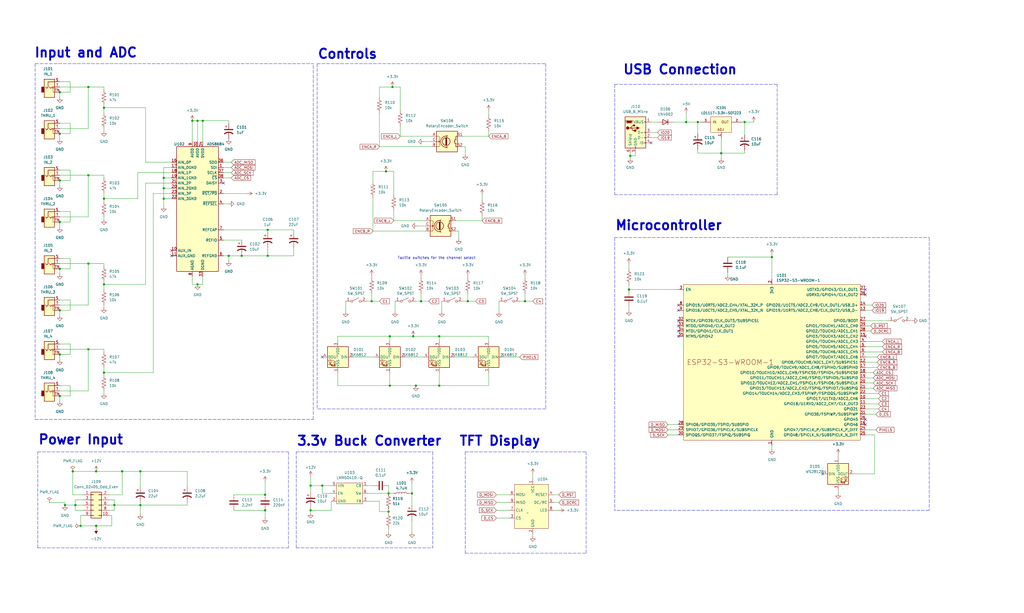
<source format=kicad_sch>
(kicad_sch (version 20230121) (generator eeschema)
  (paper "User" 500.38 299.72)
  (title_block (title "Eurorack 4-Ch Oscilloscope") (date "2024-02-15") (rev "2") (company "Hayden Setlik"))
  (junction (at 157.48 237.49))
  (junction (at 80.01 86.995))
  (junction (at 191.77 42.545))
  (junction (at 189.865 250.19))
  (junction (at 99.06 59.055))
  (junction (at 256.54 147.32))
  (junction (at 96.52 59.055))
  (junction (at 130.81 112.395))
  (junction (at 201.93 164.465))
  (junction (at 43.18 85.725))
  (junction (at 130.81 125.095))
  (junction (at 205.74 147.32))
  (junction (at 29.21 151.765))
  (junction (at 190.5 188.595))
  (junction (at 29.21 45.085))
  (junction (at 68.58 247.015))
  (junction (at 39.37 257.175))
  (junction (at 68.58 230.505))
  (junction (at 118.11 125.095))
  (junction (at 129.54 241.935))
  (junction (at 50.8 182.245))
  (junction (at 35.56 230.505))
  (junction (at 151.765 249.555))
  (junction (at 307.975 76.2))
  (junction (at 189.865 241.3))
  (junction (at 43.18 42.545))
  (junction (at 36.83 247.015))
  (junction (at 96.52 139.065))
  (junction (at 31.75 247.015))
  (junction (at 29.21 131.445))
  (junction (at 50.8 139.065))
  (junction (at 29.21 88.265))
  (junction (at 80.01 92.075))
  (junction (at 43.18 170.815))
  (junction (at 352.425 74.93))
  (junction (at 214.63 164.465))
  (junction (at 50.8 52.705))
  (junction (at 29.21 65.405))
  (junction (at 50.8 97.155))
  (junction (at 340.995 59.69))
  (junction (at 214.63 188.595))
  (junction (at 46.99 257.175))
  (junction (at 190.5 164.465))
  (junction (at 335.28 59.69))
  (junction (at 129.54 249.555))
  (junction (at 181.61 147.32))
  (junction (at 228.6 147.32))
  (junction (at 201.295 241.3))
  (junction (at 188.595 83.82))
  (junction (at 151.765 237.49))
  (junction (at 29.21 193.675))
  (junction (at 43.18 128.905))
  (junction (at 307.34 141.605))
  (junction (at 46.99 230.505))
  (junction (at 377.19 125.73))
  (junction (at 55.88 247.015))
  (junction (at 111.76 125.095))
  (junction (at 80.01 97.155))
  (junction (at 93.98 59.055))
  (junction (at 59.69 230.505))
  (junction (at 363.855 59.69))
  (junction (at 29.21 173.355))
  (junction (at 203.2 188.595))
  (junction (at 29.21 108.585))
  (no_connect (at 318.135 69.85))
  (no_connect (at 331.47 156.845))
  (no_connect (at 157.48 174.625))
  (no_connect (at 422.91 207.645))
  (no_connect (at 331.47 151.765))
  (no_connect (at 331.47 149.225))
  (no_connect (at 331.47 164.465))
  (no_connect (at 422.91 144.145))
  (no_connect (at 422.91 141.605))
  (no_connect (at 422.91 164.465))
  (no_connect (at 331.47 159.385))
  (no_connect (at 83.82 125.095))
  (no_connect (at 422.91 205.105))
  (no_connect (at 401.955 231.775))
  (no_connect (at 83.82 122.555))
  (no_connect (at 331.47 161.925))
  (no_connect (at 109.22 89.535))
  (wire (pts (xy 214.63 164.465) (xy 238.76 164.465)))
  (wire (pts (xy 417.195 231.775) (xy 427.355 231.775)))
  (wire (pts (xy 260.35 260.985) (xy 260.35 262.255)))
  (wire (pts (xy 50.8 130.175) (xy 50.8 128.905)))
  (wire (pts (xy 130.81 112.395) (xy 130.81 113.665)))
  (wire (pts (xy 55.88 247.015) (xy 68.58 247.015)))
  (wire (pts (xy 29.21 188.595) (xy 34.29 188.595)))
  (wire (pts (xy 34.29 45.085) (xy 29.21 45.085)))
  (wire (pts (xy 43.18 62.865) (xy 43.18 42.545)))
  (wire (pts (xy 99.06 139.065) (xy 99.06 135.255)))
  (wire (pts (xy 118.11 125.095) (xy 130.81 125.095)))
  (polyline (pts (xy 300.355 95.25) (xy 379.73 95.25)) (stroke (width 0) (type dash)))
  (wire (pts (xy 182.245 113.03) (xy 182.245 96.52)))
  (wire (pts (xy 109.22 94.615) (xy 120.65 94.615)))
  (polyline (pts (xy 140.97 220.98) (xy 140.97 267.97)) (stroke (width 0) (type dash)))
  (wire (pts (xy 409.575 222.25) (xy 409.575 224.155)))
  (wire (pts (xy 182.245 88.9) (xy 182.245 83.82)))
  (wire (pts (xy 114.3 241.935) (xy 129.54 241.935)))
  (wire (pts (xy 40.64 241.935) (xy 35.56 241.935)))
  (wire (pts (xy 36.83 247.015) (xy 40.64 247.015)))
  (wire (pts (xy 201.295 254.635) (xy 201.295 260.35)))
  (wire (pts (xy 111.76 125.095) (xy 118.11 125.095)))
  (wire (pts (xy 50.8 172.085) (xy 50.8 170.815)))
  (wire (pts (xy 363.855 74.93) (xy 363.855 73.66)))
  (wire (pts (xy 203.2 188.595) (xy 190.5 188.595)))
  (wire (pts (xy 192.405 102.87) (xy 192.405 107.95)))
  (wire (pts (xy 352.425 67.31) (xy 352.425 74.93)))
  (wire (pts (xy 201.295 236.22) (xy 201.295 241.3)))
  (wire (pts (xy 31.75 247.015) (xy 36.83 247.015)))
  (wire (pts (xy 195.58 42.545) (xy 191.77 42.545)))
  (wire (pts (xy 29.21 168.275) (xy 34.29 168.275)))
  (wire (pts (xy 256.54 147.32) (xy 260.35 147.32)))
  (wire (pts (xy 67.31 84.455) (xy 83.82 84.455)))
  (wire (pts (xy 270.51 249.555) (xy 273.05 249.555)))
  (wire (pts (xy 246.38 174.625) (xy 254 174.625)))
  (wire (pts (xy 340.995 65.405) (xy 340.995 59.69)))
  (wire (pts (xy 192.405 107.95) (xy 207.645 107.95)))
  (wire (pts (xy 151.765 233.045) (xy 151.765 237.49)))
  (wire (pts (xy 214.63 164.465) (xy 214.63 167.005)))
  (wire (pts (xy 363.855 59.69) (xy 368.3 59.69)))
  (wire (pts (xy 50.8 128.905) (xy 43.18 128.905)))
  (wire (pts (xy 192.405 83.82) (xy 188.595 83.82)))
  (wire (pts (xy 43.18 170.815) (xy 29.21 170.815)))
  (wire (pts (xy 68.58 245.745) (xy 68.58 247.015)))
  (wire (pts (xy 161.925 249.555) (xy 161.925 245.11)))
  (wire (pts (xy 214.63 188.595) (xy 238.76 188.595)))
  (wire (pts (xy 43.18 149.225) (xy 43.18 128.905)))
  (wire (pts (xy 96.52 59.055) (xy 93.98 59.055)))
  (wire (pts (xy 55.88 247.015) (xy 55.88 249.555)))
  (wire (pts (xy 151.765 237.49) (xy 157.48 237.49)))
  (wire (pts (xy 59.69 230.505) (xy 68.58 230.505)))
  (wire (pts (xy 189.865 241.3) (xy 192.405 241.3)))
  (wire (pts (xy 24.13 245.745) (xy 31.75 245.745)))
  (wire (pts (xy 189.865 258.445) (xy 189.865 260.35)))
  (wire (pts (xy 46.99 257.175) (xy 39.37 257.175)))
  (wire (pts (xy 242.57 241.935) (xy 248.92 241.935)))
  (wire (pts (xy 222.885 107.95) (xy 235.585 107.95)))
  (wire (pts (xy 181.61 147.32) (xy 181.61 143.51)))
  (wire (pts (xy 260.35 231.775) (xy 260.35 234.315)))
  (wire (pts (xy 307.34 149.86) (xy 307.34 151.765)))
  (polyline (pts (xy 300.355 116.205) (xy 300.355 249.555)) (stroke (width 0) (type dash)))
  (wire (pts (xy 109.22 86.995) (xy 113.03 86.995)))
  (wire (pts (xy 355.6 133.35) (xy 355.6 134.62)))
  (wire (pts (xy 270.51 241.935) (xy 273.05 241.935)))
  (wire (pts (xy 422.91 189.865) (xy 426.72 189.865)))
  (wire (pts (xy 185.42 71.755) (xy 210.82 71.755)))
  (wire (pts (xy 335.28 59.69) (xy 340.995 59.69)))
  (wire (pts (xy 99.06 69.215) (xy 99.06 59.055)))
  (wire (pts (xy 43.18 128.905) (xy 29.21 128.905)))
  (polyline (pts (xy 17.145 31.115) (xy 17.145 205.105)) (stroke (width 0) (type dash)))
  (wire (pts (xy 34.29 173.355) (xy 29.21 173.355)))
  (wire (pts (xy 151.765 237.49) (xy 151.765 240.665)))
  (wire (pts (xy 68.58 247.015) (xy 68.58 251.46)))
  (wire (pts (xy 355.6 125.73) (xy 377.19 125.73)))
  (wire (pts (xy 422.91 161.925) (xy 425.45 161.925)))
  (wire (pts (xy 34.29 188.595) (xy 34.29 193.675)))
  (wire (pts (xy 50.8 191.135) (xy 50.8 192.405)))
  (wire (pts (xy 74.93 182.245) (xy 74.93 94.615)))
  (wire (pts (xy 181.61 134.62) (xy 181.61 135.89)))
  (wire (pts (xy 80.01 92.075) (xy 83.82 92.075)))
  (polyline (pts (xy 227.33 220.98) (xy 227.33 270.51)) (stroke (width 0) (type dash)))
  (wire (pts (xy 422.91 194.945) (xy 429.26 194.945)))
  (polyline (pts (xy 286.385 270.51) (xy 286.385 220.98)) (stroke (width 0) (type dash)))
  (wire (pts (xy 205.74 147.32) (xy 205.74 143.51)))
  (wire (pts (xy 214.63 182.245) (xy 214.63 188.595)))
  (wire (pts (xy 190.5 164.465) (xy 165.1 164.465)))
  (wire (pts (xy 109.22 125.095) (xy 111.76 125.095)))
  (wire (pts (xy 203.835 110.49) (xy 207.645 110.49)))
  (wire (pts (xy 352.425 74.93) (xy 352.425 77.47)))
  (wire (pts (xy 130.81 125.095) (xy 143.51 125.095)))
  (wire (pts (xy 39.37 252.095) (xy 40.64 252.095)))
  (wire (pts (xy 80.01 86.995) (xy 83.82 86.995)))
  (wire (pts (xy 67.31 97.155) (xy 67.31 84.455)))
  (wire (pts (xy 190.5 188.595) (xy 165.1 188.595)))
  (wire (pts (xy 192.405 95.25) (xy 192.405 83.82)))
  (wire (pts (xy 50.8 43.815) (xy 50.8 42.545)))
  (wire (pts (xy 168.91 147.32) (xy 168.91 152.4)))
  (polyline (pts (xy 379.73 95.25) (xy 379.73 41.275)) (stroke (width 0) (type dash)))
  (wire (pts (xy 74.93 94.615) (xy 83.82 94.615)))
  (wire (pts (xy 179.705 237.49) (xy 182.245 237.49)))
  (wire (pts (xy 111.76 125.095) (xy 111.76 127.635)))
  (wire (pts (xy 34.29 103.505) (xy 34.29 108.585)))
  (wire (pts (xy 71.12 79.375) (xy 83.82 79.375)))
  (wire (pts (xy 179.705 241.3) (xy 189.865 241.3)))
  (wire (pts (xy 71.12 89.535) (xy 71.12 139.065)))
  (wire (pts (xy 34.29 151.765) (xy 29.21 151.765)))
  (wire (pts (xy 59.69 241.935) (xy 59.69 230.505)))
  (wire (pts (xy 207.01 69.215) (xy 210.82 69.215)))
  (wire (pts (xy 242.57 245.745) (xy 248.92 245.745)))
  (wire (pts (xy 224.155 113.03) (xy 222.885 113.03)))
  (wire (pts (xy 29.21 83.185) (xy 34.29 83.185)))
  (wire (pts (xy 422.91 174.625) (xy 428.625 174.625)))
  (wire (pts (xy 340.995 73.025) (xy 340.995 74.93)))
  (wire (pts (xy 422.91 169.545) (xy 431.165 169.545)))
  (wire (pts (xy 68.58 230.505) (xy 68.58 238.125)))
  (polyline (pts (xy 300.355 116.205) (xy 454.025 116.205)) (stroke (width 0) (type dash)))
  (wire (pts (xy 254 147.32) (xy 256.54 147.32)))
  (wire (pts (xy 109.22 99.695) (xy 111.76 99.695)))
  (wire (pts (xy 185.42 71.755) (xy 185.42 55.245)))
  (wire (pts (xy 326.39 207.645) (xy 331.47 207.645)))
  (wire (pts (xy 326.39 210.185) (xy 331.47 210.185)))
  (wire (pts (xy 50.8 137.795) (xy 50.8 139.065)))
  (wire (pts (xy 205.74 147.32) (xy 209.55 147.32)))
  (wire (pts (xy 161.925 241.3) (xy 157.48 241.3)))
  (wire (pts (xy 422.91 179.705) (xy 428.625 179.705)))
  (wire (pts (xy 422.91 177.165) (xy 428.625 177.165)))
  (wire (pts (xy 200.025 241.3) (xy 201.295 241.3)))
  (wire (pts (xy 310.515 74.93) (xy 310.515 76.2)))
  (wire (pts (xy 242.57 249.555) (xy 248.92 249.555)))
  (wire (pts (xy 29.21 126.365) (xy 34.29 126.365)))
  (wire (pts (xy 318.135 59.69) (xy 321.31 59.69)))
  (wire (pts (xy 422.91 192.405) (xy 429.26 192.405)))
  (wire (pts (xy 307.975 74.93) (xy 307.975 76.2)))
  (wire (pts (xy 422.91 200.025) (xy 429.26 200.025)))
  (wire (pts (xy 143.51 112.395) (xy 143.51 113.665)))
  (wire (pts (xy 50.8 170.815) (xy 43.18 170.815)))
  (wire (pts (xy 34.29 108.585) (xy 29.21 108.585)))
  (polyline (pts (xy 454.025 249.555) (xy 300.355 249.555)) (stroke (width 0) (type dash)))
  (wire (pts (xy 50.8 52.705) (xy 50.8 55.245)))
  (wire (pts (xy 35.56 230.505) (xy 46.99 230.505)))
  (wire (pts (xy 50.8 51.435) (xy 50.8 52.705)))
  (wire (pts (xy 50.8 182.245) (xy 50.8 183.515)))
  (polyline (pts (xy 153.035 205.105) (xy 153.035 31.115)) (stroke (width 0) (type dash)))
  (wire (pts (xy 50.8 85.725) (xy 43.18 85.725)))
  (wire (pts (xy 307.34 139.065) (xy 307.34 141.605)))
  (wire (pts (xy 427.355 231.775) (xy 427.355 212.725)))
  (wire (pts (xy 34.29 193.675) (xy 29.21 193.675)))
  (wire (pts (xy 363.855 59.69) (xy 363.855 66.04)))
  (wire (pts (xy 29.21 88.265) (xy 29.21 90.805)))
  (wire (pts (xy 50.8 149.225) (xy 50.8 150.495)))
  (polyline (pts (xy 144.78 267.97) (xy 211.455 267.97)) (stroke (width 0) (type dash)))
  (wire (pts (xy 34.29 65.405) (xy 29.21 65.405)))
  (polyline (pts (xy 154.94 31.115) (xy 266.7 31.115)) (stroke (width 0) (type dash)))
  (wire (pts (xy 50.8 106.045) (xy 50.8 107.315)))
  (wire (pts (xy 409.575 239.395) (xy 409.575 241.3)))
  (wire (pts (xy 193.04 147.32) (xy 193.04 152.4)))
  (wire (pts (xy 80.01 100.965) (xy 80.01 97.155)))
  (wire (pts (xy 307.975 76.2) (xy 307.975 77.47)))
  (wire (pts (xy 43.18 42.545) (xy 29.21 42.545)))
  (wire (pts (xy 181.61 147.32) (xy 185.42 147.32)))
  (wire (pts (xy 109.22 112.395) (xy 130.81 112.395)))
  (wire (pts (xy 50.8 179.705) (xy 50.8 182.245)))
  (wire (pts (xy 109.22 117.475) (xy 118.11 117.475)))
  (wire (pts (xy 96.52 139.065) (xy 99.06 139.065)))
  (wire (pts (xy 377.19 125.73) (xy 377.19 136.525)))
  (wire (pts (xy 205.74 134.62) (xy 205.74 135.89)))
  (wire (pts (xy 422.91 202.565) (xy 427.99 202.565)))
  (wire (pts (xy 50.8 94.615) (xy 50.8 97.155)))
  (wire (pts (xy 422.91 187.325) (xy 426.72 187.325)))
  (wire (pts (xy 307.975 76.2) (xy 310.515 76.2)))
  (wire (pts (xy 46.99 258.445) (xy 46.99 257.175)))
  (wire (pts (xy 96.52 69.215) (xy 96.52 59.055)))
  (wire (pts (xy 256.54 134.62) (xy 256.54 135.89)))
  (wire (pts (xy 29.21 191.135) (xy 43.18 191.135)))
  (wire (pts (xy 50.8 139.065) (xy 50.8 141.605)))
  (wire (pts (xy 422.91 210.185) (xy 427.99 210.185)))
  (wire (pts (xy 54.61 252.095) (xy 54.61 257.175)))
  (wire (pts (xy 307.34 141.605) (xy 331.47 141.605)))
  (polyline (pts (xy 266.7 31.115) (xy 266.7 200.025)) (stroke (width 0) (type dash)))
  (wire (pts (xy 40.64 244.475) (xy 36.83 244.475)))
  (polyline (pts (xy 300.355 41.275) (xy 379.73 41.275)) (stroke (width 0) (type dash)))
  (wire (pts (xy 238.76 164.465) (xy 238.76 167.005)))
  (wire (pts (xy 151.765 249.555) (xy 151.765 250.825)))
  (polyline (pts (xy 227.33 270.51) (xy 286.385 270.51)) (stroke (width 0) (type dash)))
  (wire (pts (xy 34.29 168.275) (xy 34.29 173.355)))
  (polyline (pts (xy 17.145 205.105) (xy 153.035 205.105)) (stroke (width 0) (type dash)))
  (wire (pts (xy 93.98 59.055) (xy 93.98 69.215)))
  (wire (pts (xy 377.19 124.46) (xy 377.19 125.73)))
  (wire (pts (xy 185.42 250.19) (xy 189.865 250.19)))
  (wire (pts (xy 31.75 245.745) (xy 31.75 247.015)))
  (wire (pts (xy 29.21 40.005) (xy 34.29 40.005)))
  (wire (pts (xy 307.34 141.605) (xy 307.34 142.24)))
  (wire (pts (xy 29.21 149.225) (xy 43.18 149.225)))
  (wire (pts (xy 238.76 188.595) (xy 238.76 182.245)))
  (wire (pts (xy 224.155 116.84) (xy 224.155 113.03)))
  (wire (pts (xy 43.18 191.135) (xy 43.18 170.815)))
  (wire (pts (xy 40.64 249.555) (xy 36.83 249.555)))
  (wire (pts (xy 227.33 75.565) (xy 227.33 71.755)))
  (wire (pts (xy 29.21 103.505) (xy 34.29 103.505)))
  (wire (pts (xy 326.39 212.725) (xy 331.47 212.725)))
  (wire (pts (xy 157.48 237.49) (xy 161.925 237.49)))
  (wire (pts (xy 68.58 230.505) (xy 91.44 230.505)))
  (wire (pts (xy 422.91 167.005) (xy 431.165 167.005)))
  (wire (pts (xy 340.995 59.69) (xy 342.265 59.69)))
  (wire (pts (xy 422.91 184.785) (xy 426.72 184.785)))
  (wire (pts (xy 179.07 147.32) (xy 181.61 147.32)))
  (wire (pts (xy 422.91 156.845) (xy 434.34 156.845)))
  (wire (pts (xy 422.91 172.085) (xy 431.165 172.085)))
  (wire (pts (xy 130.81 112.395) (xy 143.51 112.395)))
  (wire (pts (xy 80.01 97.155) (xy 80.01 92.075)))
  (wire (pts (xy 109.22 81.915) (xy 113.03 81.915)))
  (wire (pts (xy 270.51 245.745) (xy 273.05 245.745)))
  (wire (pts (xy 29.21 108.585) (xy 29.21 111.125)))
  (wire (pts (xy 201.93 164.465) (xy 214.63 164.465)))
  (wire (pts (xy 151.765 248.285) (xy 151.765 249.555)))
  (wire (pts (xy 189.865 241.3) (xy 189.865 237.49)))
  (wire (pts (xy 34.29 88.265) (xy 29.21 88.265)))
  (wire (pts (xy 242.57 253.365) (xy 248.92 253.365)))
  (wire (pts (xy 80.01 92.075) (xy 80.01 86.995)))
  (wire (pts (xy 55.88 244.475) (xy 55.88 247.015)))
  (wire (pts (xy 34.29 83.185) (xy 34.29 88.265)))
  (wire (pts (xy 50.8 97.155) (xy 50.8 98.425)))
  (wire (pts (xy 129.54 235.585) (xy 129.54 241.935)))
  (wire (pts (xy 36.83 244.475) (xy 36.83 247.015)))
  (polyline (pts (xy 154.94 31.115) (xy 154.94 200.025)) (stroke (width 0) (type dash)))
  (wire (pts (xy 427.355 212.725) (xy 422.91 212.725)))
  (wire (pts (xy 151.765 249.555) (xy 161.925 249.555)))
  (wire (pts (xy 318.135 67.31) (xy 321.31 67.31)))
  (wire (pts (xy 189.865 250.19) (xy 189.865 250.825)))
  (wire (pts (xy 43.18 85.725) (xy 29.21 85.725)))
  (wire (pts (xy 80.01 86.995) (xy 80.01 81.915)))
  (wire (pts (xy 222.25 174.625) (xy 231.14 174.625)))
  (wire (pts (xy 195.58 61.595) (xy 195.58 66.675)))
  (wire (pts (xy 29.21 151.765) (xy 29.21 154.305)))
  (wire (pts (xy 34.29 40.005) (xy 34.29 45.085)))
  (wire (pts (xy 235.585 95.25) (xy 235.585 97.79)))
  (wire (pts (xy 190.5 182.245) (xy 190.5 188.595)))
  (wire (pts (xy 444.5 156.845) (xy 445.77 156.845)))
  (wire (pts (xy 228.6 134.62) (xy 228.6 135.89)))
  (wire (pts (xy 50.8 182.245) (xy 74.93 182.245)))
  (wire (pts (xy 340.995 74.93) (xy 352.425 74.93)))
  (wire (pts (xy 182.245 113.03) (xy 207.645 113.03)))
  (polyline (pts (xy 300.355 41.275) (xy 300.355 95.25)) (stroke (width 0) (type dash)))
  (wire (pts (xy 36.83 249.555) (xy 36.83 247.015)))
  (wire (pts (xy 335.28 55.245) (xy 335.28 59.69)))
  (polyline (pts (xy 18.415 267.97) (xy 18.415 220.98)) (stroke (width 0) (type dash)))
  (wire (pts (xy 83.82 89.535) (xy 71.12 89.535)))
  (wire (pts (xy 238.76 53.975) (xy 238.76 56.515)))
  (wire (pts (xy 50.8 86.995) (xy 50.8 85.725)))
  (wire (pts (xy 53.34 247.015) (xy 55.88 247.015)))
  (wire (pts (xy 53.34 241.935) (xy 59.69 241.935)))
  (wire (pts (xy 228.6 147.32) (xy 228.6 143.51)))
  (polyline (pts (xy 18.415 267.97) (xy 140.97 267.97)) (stroke (width 0) (type dash)))
  (wire (pts (xy 422.91 151.765) (xy 426.085 151.765)))
  (wire (pts (xy 43.18 106.045) (xy 43.18 85.725)))
  (wire (pts (xy 179.705 245.11) (xy 185.42 245.11)))
  (wire (pts (xy 29.21 146.685) (xy 34.29 146.685)))
  (wire (pts (xy 99.06 59.055) (xy 96.52 59.055)))
  (wire (pts (xy 93.98 139.065) (xy 96.52 139.065)))
  (wire (pts (xy 190.5 164.465) (xy 190.5 167.005)))
  (wire (pts (xy 157.48 241.3) (xy 157.48 237.49)))
  (wire (pts (xy 80.01 81.915) (xy 83.82 81.915)))
  (polyline (pts (xy 266.7 200.025) (xy 154.94 200.025)) (stroke (width 0) (type dash)))
  (wire (pts (xy 129.54 249.555) (xy 129.54 253.365)))
  (wire (pts (xy 29.21 106.045) (xy 43.18 106.045)))
  (wire (pts (xy 46.99 230.505) (xy 59.69 230.505)))
  (wire (pts (xy 71.12 139.065) (xy 50.8 139.065)))
  (wire (pts (xy 111.76 59.055) (xy 111.76 60.325)))
  (wire (pts (xy 53.34 252.095) (xy 54.61 252.095)))
  (wire (pts (xy 165.1 188.595) (xy 165.1 182.245)))
  (wire (pts (xy 80.01 97.155) (xy 83.82 97.155)))
  (wire (pts (xy 189.865 248.92) (xy 189.865 250.19)))
  (wire (pts (xy 29.21 60.325) (xy 34.29 60.325)))
  (wire (pts (xy 201.295 241.3) (xy 201.295 247.015)))
  (wire (pts (xy 54.61 257.175) (xy 46.99 257.175)))
  (wire (pts (xy 185.42 245.11) (xy 185.42 250.19)))
  (wire (pts (xy 243.84 147.32) (xy 243.84 152.4)))
  (wire (pts (xy 114.3 249.555) (xy 129.54 249.555)))
  (wire (pts (xy 226.06 147.32) (xy 228.6 147.32)))
  (polyline (pts (xy 17.145 31.115) (xy 153.035 31.115)) (stroke (width 0) (type dash)))
  (wire (pts (xy 50.8 42.545) (xy 43.18 42.545)))
  (wire (pts (xy 35.56 241.935) (xy 35.56 230.505)))
  (wire (pts (xy 91.44 245.745) (xy 91.44 247.015)))
  (wire (pts (xy 203.2 147.32) (xy 205.74 147.32)))
  (wire (pts (xy 352.425 74.93) (xy 363.855 74.93)))
  (wire (pts (xy 256.54 147.32) (xy 256.54 143.51)))
  (wire (pts (xy 109.22 79.375) (xy 113.03 79.375)))
  (wire (pts (xy 99.06 59.055) (xy 111.76 59.055)))
  (wire (pts (xy 93.98 135.255) (xy 93.98 139.065)))
  (wire (pts (xy 165.1 164.465) (xy 165.1 167.005)))
  (wire (pts (xy 50.8 62.865) (xy 50.8 64.135)))
  (wire (pts (xy 55.88 249.555) (xy 53.34 249.555)))
  (wire (pts (xy 203.2 188.595) (xy 214.63 188.595)))
  (wire (pts (xy 53.34 244.475) (xy 55.88 244.475)))
  (wire (pts (xy 34.29 146.685) (xy 34.29 151.765)))
  (wire (pts (xy 68.58 247.015) (xy 91.44 247.015)))
  (wire (pts (xy 34.29 131.445) (xy 29.21 131.445)))
  (wire (pts (xy 109.22 84.455) (xy 113.03 84.455)))
  (wire (pts (xy 29.21 131.445) (xy 29.21 133.985)))
  (wire (pts (xy 29.21 45.085) (xy 29.21 47.625)))
  (wire (pts (xy 34.29 126.365) (xy 34.29 131.445)))
  (wire (pts (xy 185.42 47.625) (xy 185.42 42.545)))
  (wire (pts (xy 238.76 66.675) (xy 238.76 64.135)))
  (wire (pts (xy 195.58 53.975) (xy 195.58 42.545)))
  (wire (pts (xy 195.58 66.675) (xy 210.82 66.675)))
  (wire (pts (xy 362.585 59.69) (xy 363.855 59.69)))
  (wire (pts (xy 39.37 257.175) (xy 39.37 252.095)))
  (wire (pts (xy 29.21 173.355) (xy 29.21 175.895)))
  (wire (pts (xy 34.29 60.325) (xy 34.29 65.405)))
  (wire (pts (xy 422.91 197.485) (xy 429.26 197.485)))
  (wire (pts (xy 91.44 230.505) (xy 91.44 238.125)))
  (wire (pts (xy 130.81 121.285) (xy 130.81 125.095)))
  (wire (pts (xy 29.21 62.865) (xy 43.18 62.865)))
  (wire (pts (xy 235.585 107.95) (xy 235.585 105.41)))
  (wire (pts (xy 215.9 147.32) (xy 215.9 152.4)))
  (wire (pts (xy 185.42 42.545) (xy 191.77 42.545)))
  (wire (pts (xy 226.06 66.675) (xy 238.76 66.675)))
  (wire (pts (xy 227.33 71.755) (xy 226.06 71.755)))
  (polyline (pts (xy 18.415 220.98) (xy 140.97 220.98)) (stroke (width 0) (type dash)))
  (polyline (pts (xy 144.78 267.97) (xy 144.78 220.98)) (stroke (width 0) (type dash)))
  (wire (pts (xy 172.72 174.625) (xy 182.88 174.625)))
  (wire (pts (xy 198.12 174.625) (xy 207.01 174.625)))
  (polyline (pts (xy 211.455 220.98) (xy 211.455 267.97)) (stroke (width 0) (type dash)))
  (wire (pts (xy 143.51 121.285) (xy 143.51 125.095)))
  (wire (pts (xy 377.19 217.805) (xy 377.19 219.71)))
  (wire (pts (xy 201.93 164.465) (xy 190.5 164.465)))
  (wire (pts (xy 182.245 83.82) (xy 188.595 83.82)))
  (wire (pts (xy 29.21 193.675) (xy 29.21 196.215)))
  (wire (pts (xy 422.91 149.225) (xy 426.085 149.225)))
  (polyline (pts (xy 144.78 220.98) (xy 211.455 220.98)) (stroke (width 0) (type dash)))
  (wire (pts (xy 228.6 147.32) (xy 232.41 147.32)))
  (wire (pts (xy 318.135 64.77) (xy 321.31 64.77)))
  (wire (pts (xy 29.21 65.405) (xy 29.21 67.945)))
  (polyline (pts (xy 227.33 220.98) (xy 286.385 220.98)) (stroke (width 0) (type dash)))
  (wire (pts (xy 71.12 52.705) (xy 71.12 79.375)))
  (wire (pts (xy 307.34 128.905) (xy 307.34 131.445)))
  (polyline (pts (xy 454.025 116.205) (xy 454.025 249.555)) (stroke (width 0) (type dash)))
  (wire (pts (xy 50.8 52.705) (xy 71.12 52.705)))
  (wire (pts (xy 422.91 182.245) (xy 426.72 182.245)))
  (wire (pts (xy 50.8 97.155) (xy 67.31 97.155)))
  (wire (pts (xy 328.93 59.69) (xy 335.28 59.69)))
  (wire (pts (xy 422.91 159.385) (xy 425.45 159.385)))
  (text "Power Input" (at 18.415 217.805 0) (effects (font (size 4.572 4.572) (thickness 0.9144) bold) (justify left bottom)))
  (text "Microcontroller" (at 300.355 113.03 0) (effects (font (size 4.572 4.572) (thickness 0.9144) bold) (justify left bottom)))
  (text "USB Connection" (at 304.165 36.83 0) (effects (font (size 4.572 4.572) (thickness 0.9144) bold) (justify left bottom)))
  (text "Tactile switches for the channel select" (at 194.31 127 0) (effects (font (size 1.27 1.27)) (justify left bottom)))
  (text "TFT Display" (at 224.155 218.44 0) (effects (font (size 4.572 4.572) (thickness 0.9144) bold) (justify left bottom)))
  (text "3.3v Buck Converter" (at 144.78 218.44 0) (effects (font (size 4.572 4.572) (thickness 0.9144) bold) (justify left bottom)))
  (text "Input and ADC" (at 16.51 28.575 0) (effects (font (size 4.572 4.572) (thickness 0.9144) bold) (justify left bottom)))
  (text "Controls" (at 154.94 29.21 0) (effects (font (size 4.572 4.572) (thickness 0.9144) bold) (justify left bottom)))
  (global_label "C3" (shape input) (at 232.41 147.32 0) (property "Intersheetrefs" "${INTERSHEET_REFS}" (effects hide)))
  (global_label "ENCA_L" (shape input) (at 195.58 66.675 180) (property "Intersheetrefs" "${INTERSHEET_REFS}" (effects hide)))
  (global_label "ENCB_B" (shape input) (at 428.625 179.705 0) (property "Intersheetrefs" "${INTERSHEET_REFS}" (effects hide)))
  (global_label "IO19" (shape input) (at 426.085 151.765 0) (property "Intersheetrefs" "${INTERSHEET_REFS}" (effects hide)))
  (global_label "D_SCK" (shape input) (at 326.39 212.725 180) (property "Intersheetrefs" "${INTERSHEET_REFS}" (effects hide)))
  (global_label "C2" (shape input) (at 209.55 147.32 0) (property "Intersheetrefs" "${INTERSHEET_REFS}" (effects hide)))
  (global_label "C1" (shape input) (at 185.42 147.32 0) (property "Intersheetrefs" "${INTERSHEET_REFS}" (effects hide)))
  (global_label "D_SCK" (shape input) (at 242.57 249.555 180) (property "Intersheetrefs" "${INTERSHEET_REFS}" (effects hide)))
  (global_label "ENCB_L" (shape input) (at 428.625 174.625 0) (property "Intersheetrefs" "${INTERSHEET_REFS}" (effects hide)))
  (global_label "ENCA_L" (shape input) (at 431.165 167.005 0) (property "Intersheetrefs" "${INTERSHEET_REFS}" (effects hide)))
  (global_label "D_CS" (shape input) (at 427.99 202.565 0) (property "Intersheetrefs" "${INTERSHEET_REFS}" (effects hide)))
  (global_label "ENCB_R" (shape input) (at 182.245 113.03 180) (property "Intersheetrefs" "${INTERSHEET_REFS}" (effects hide)))
  (global_label "D_DCRC" (shape input) (at 273.05 245.745 0) (property "Intersheetrefs" "${INTERSHEET_REFS}" (effects hide)))
  (global_label "C4" (shape input) (at 429.26 200.025 0) (property "Intersheetrefs" "${INTERSHEET_REFS}" (effects hide)))
  (global_label "C3" (shape input) (at 429.26 197.485 0) (property "Intersheetrefs" "${INTERSHEET_REFS}" (effects hide)))
  (global_label "ENCA_B" (shape input) (at 238.76 66.675 0) (property "Intersheetrefs" "${INTERSHEET_REFS}" (effects hide)))
  (global_label "D_MISO" (shape input) (at 242.57 245.745 180) (property "Intersheetrefs" "${INTERSHEET_REFS}" (effects hide)))
  (global_label "D_CS" (shape input) (at 242.57 253.365 180) (property "Intersheetrefs" "${INTERSHEET_REFS}" (effects hide)))
  (global_label "ADC_SCK" (shape input) (at 426.72 187.325 0) (property "Intersheetrefs" "${INTERSHEET_REFS}" (effects hide)))
  (global_label "C2" (shape input) (at 429.26 194.945 0) (property "Intersheetrefs" "${INTERSHEET_REFS}" (effects hide)))
  (global_label "D_MOSI" (shape input) (at 326.39 210.185 180) (property "Intersheetrefs" "${INTERSHEET_REFS}" (effects hide)))
  (global_label "D_RST" (shape input) (at 425.45 159.385 0) (property "Intersheetrefs" "${INTERSHEET_REFS}" (effects hide)))
  (global_label "ADC_MISO" (shape input) (at 426.72 189.865 0) (property "Intersheetrefs" "${INTERSHEET_REFS}" (effects hide)))
  (global_label "PIXELS" (shape input) (at 254 174.625 0) (property "Intersheetrefs" "${INTERSHEET_REFS}" (effects hide)))
  (global_label "PIXELS" (shape input) (at 427.99 210.185 0) (property "Intersheetrefs" "${INTERSHEET_REFS}" (effects hide)))
  (global_label "IO20" (shape input) (at 321.31 64.77 0) (property "Intersheetrefs" "${INTERSHEET_REFS}" (effects hide)))
  (global_label "D_MISO" (shape input) (at 326.39 207.645 180) (property "Intersheetrefs" "${INTERSHEET_REFS}" (effects hide)))
  (global_label "ADC_CS" (shape input) (at 426.72 182.245 0) (property "Intersheetrefs" "${INTERSHEET_REFS}" (effects hide)))
  (global_label "ENCA_B" (shape input) (at 431.165 172.085 0) (property "Intersheetrefs" "${INTERSHEET_REFS}" (effects hide)))
  (global_label "C1" (shape input) (at 429.26 192.405 0) (property "Intersheetrefs" "${INTERSHEET_REFS}" (effects hide)))
  (global_label "ADC_SCK" (shape input) (at 113.03 84.455 0) (property "Intersheetrefs" "${INTERSHEET_REFS}" (effects hide)))
  (global_label "ENCB_L" (shape input) (at 192.405 107.95 180) (property "Intersheetrefs" "${INTERSHEET_REFS}" (effects hide)))
  (global_label "ADC_CS" (shape input) (at 113.03 86.995 0) (property "Intersheetrefs" "${INTERSHEET_REFS}" (effects hide)))
  (global_label "IO19" (shape input) (at 321.31 67.31 0) (property "Intersheetrefs" "${INTERSHEET_REFS}" (effects hide)))
  (global_label "C4" (shape input) (at 260.35 147.32 0) (property "Intersheetrefs" "${INTERSHEET_REFS}" (effects hide)))
  (global_label "ENCA_R" (shape input) (at 431.165 169.545 0) (property "Intersheetrefs" "${INTERSHEET_REFS}" (effects hide)))
  (global_label "ENCB_R" (shape input) (at 428.625 177.165 0) (property "Intersheetrefs" "${INTERSHEET_REFS}" (effects hide)))
  (global_label "D_RST" (shape input) (at 273.05 241.935 0) (property "Intersheetrefs" "${INTERSHEET_REFS}" (effects hide)))
  (global_label "ADC_MOSI" (shape input) (at 426.72 184.785 0) (property "Intersheetrefs" "${INTERSHEET_REFS}" (effects hide)))
  (global_label "D_DCRC" (shape input) (at 425.45 161.925 0) (property "Intersheetrefs" "${INTERSHEET_REFS}" (effects hide)))
  (global_label "ADC_MOSI" (shape input) (at 113.03 81.915 0) (property "Intersheetrefs" "${INTERSHEET_REFS}" (effects hide)))
  (global_label "ENCB_B" (shape input) (at 235.585 107.95 0) (property "Intersheetrefs" "${INTERSHEET_REFS}" (effects hide)))
  (global_label "ENCA_R" (shape input) (at 185.42 71.755 180) (property "Intersheetrefs" "${INTERSHEET_REFS}" (effects hide)))
  (global_label "IO20" (shape input) (at 426.085 149.225 0) (property "Intersheetrefs" "${INTERSHEET_REFS}" (effects hide)))
  (global_label "ADC_MISO" (shape input) (at 113.03 79.375 0) (property "Intersheetrefs" "${INTERSHEET_REFS}" (effects hide)))
  (global_label "D_MOSI" (shape input) (at 242.57 241.935 180) (property "Intersheetrefs" "${INTERSHEET_REFS}" (effects hide)))
  (symbol (lib_id "power:+3.3V") (at 201.93 164.465 0) (unit 1)
    (property "Reference" "#PWR0137" (effects hide))
    (property "Value" "+3.3V" (at 201.93 159.385 0))
  )
  (symbol (lib_id "power:+3.3V") (at 273.05 249.555 270) (unit 1)
    (property "Reference" "#PWR0155" (effects hide))
    (property "Value" "+3.3V" (at 276.86 249.555 90) (effects (justify left)))
  )
  (symbol (lib_id "power:GND") (at 50.8 192.405 0) (unit 1)
    (property "Reference" "#PWR0114" (effects hide))
    (property "Value" "GND" (at 50.8 197.485 0))
  )
  (symbol (lib_id "power:GND") (at 50.8 64.135 0) (unit 1)
    (property "Reference" "#PWR0111" (effects hide))
    (property "Value" "GND" (at 50.8 69.215 0))
  )
  (symbol (lib_id "Device:R_US") (at 181.61 139.7 0) (unit 1)
    (property "Reference" "R109" (at 184.15 138.43 0) (effects (justify left)))
    (property "Value" "10k" (at 184.15 140.97 0) (effects (justify left)))
    (property "Footprint" "PCM_Resistor_THT_AKL:R_Axial_DIN0207_L6.3mm_D2.5mm_P7.62mm_Horizontal" (effects hide))
  )
  (symbol (lib_id "power:GND") (at 31.75 247.015 0) (unit 1)
    (property "Reference" "#PWR0118" (effects hide))
    (property "Value" "GND" (at 31.75 252.095 0))
  )
  (symbol (lib_id "Device:C") (at 186.055 237.49 90) (unit 1)
    (property "Reference" "C111" (at 186.055 229.87 90))
    (property "Value" "0.1uF" (at 186.055 232.41 90))
    (property "Footprint" "Capacitor_THT:C_Disc_D4.7mm_W2.5mm_P5.00mm" (effects hide))
  )
  (symbol (lib_id "PCM_4ms_Power-symbol:PWR_FLAG") (at 24.13 245.745 0) (unit 1)
    (property "Reference" "#FLG0102" (effects hide))
    (property "Value" "PWR_FLAG" (at 24.13 240.665 0))
  )
  (symbol (lib_id "Device:R_US") (at 50.8 187.325 0) (unit 1)
    (property "Reference" "R108" (at 53.34 186.055 0) (effects (justify left)))
    (property "Value" "10k" (at 53.34 188.595 0) (effects (justify left)))
    (property "Footprint" "PCM_Resistor_THT_AKL:R_Axial_DIN0207_L6.3mm_D2.5mm_P7.62mm_Horizontal" (effects hide))
  )
  (symbol (lib_id "Device:L") (at 196.215 241.3 90) (unit 1)
    (property "Reference" "L101" (at 196.215 236.22 90))
    (property "Value" "4.7uH" (at 196.215 238.76 90))
    (property "Footprint" "Inductor_SMD:L_Bourns_SRP5030T" (effects hide))
  )
  (symbol (lib_id "PCM_4ms_Power-symbol:PWR_FLAG") (at 35.56 230.505 0) (unit 1)
    (property "Reference" "#FLG0101" (effects hide))
    (property "Value" "PWR_FLAG" (at 35.56 225.425 0))
  )
  (symbol (lib_id "LED:SK6812") (at 214.63 174.625 0) (mirror y) (unit 1)
    (property "Reference" "D103" (at 224.79 170.9771 0))
    (property "Value" "SK6812" (at 224.79 173.5171 0))
    (property "Footprint" "LED_SMD:LED_SK6812_PLCC4_5.0x5.0mm_P3.2mm" (effects hide))
    (property "Datasheet" "https://cdn-shop.adafruit.com/product-files/1138/SK6812+LED+datasheet+.pdf" (effects hide))
  )
  (symbol (lib_id "power:GND") (at 151.765 250.825 0) (unit 1)
    (property "Reference" "#PWR0115" (effects hide))
    (property "Value" "GND" (at 151.765 255.27 0))
  )
  (symbol (lib_id "Display_Graphic:ILI9314_breakout_9pin") (at 260.35 247.015 0) (unit 1)
    (property "Reference" "U104" (at 262.5441 234.315 0) (effects (justify left)))
    (property "Value" "~" (at 257.81 250.825 0))
    (property "Footprint" "Display:TFTBreakout_ILI9341_340x320" (effects hide))
  )
  (symbol (lib_id "Device:C_Polarized_US") (at 151.765 244.475 0) (unit 1)
    (property "Reference" "C110" (at 154.94 242.57 0) (effects (justify left)))
    (property "Value" "10uF" (at 154.94 245.11 0) (effects (justify left)))
    (property "Footprint" "Capacitor_THT:CP_Radial_D5.0mm_P2.50mm" (effects hide))
  )
  (symbol (lib_id "Device:C_Polarized_US") (at 143.51 117.475 0) (unit 1)
    (property "Reference" "C107" (at 140.97 107.315 0) (effects (justify left)))
    (property "Value" "22uF" (at 140.97 109.855 0) (effects (justify left)))
    (property "Footprint" "Capacitor_THT:CP_Radial_D5.0mm_P2.50mm" (effects hide))
  )
  (symbol (lib_id "Connector_Audio:AudioJack2_SwitchT") (at 24.13 62.865 0) (unit 1)
    (property "Reference" "J102" (at 23.495 53.975 0))
    (property "Value" "THRU_1" (at 23.495 56.515 0))
    (property "Footprint" "Connector_Audio:Jack_3.5mm_QingPu_WQP-PJ398SM_Vertical_CircularHoles" (effects hide))
  )
  (symbol (lib_id "LED:SK6812") (at 165.1 174.625 0) (mirror y) (unit 1)
    (property "Reference" "D101" (at 175.26 170.9771 0))
    (property "Value" "SK6812" (at 175.26 173.5171 0))
    (property "Footprint" "LED_SMD:LED_SK6812_PLCC4_5.0x5.0mm_P3.2mm" (effects hide))
    (property "Datasheet" "https://cdn-shop.adafruit.com/product-files/1138/SK6812+LED+datasheet+.pdf" (effects hide))
  )
  (symbol (lib_id "Connector_Audio:AudioJack2_SwitchT") (at 24.13 42.545 0) (unit 1)
    (property "Reference" "J101" (at 23.495 33.655 0))
    (property "Value" "IN_1" (at 23.495 36.195 0))
    (property "Footprint" "Connector_Audio:Jack_3.5mm_QingPu_WQP-PJ398SM_Vertical_CircularHoles" (effects hide))
  )
  (symbol (lib_id "Switch:SW_SPST") (at 439.42 156.845 0) (unit 1)
    (property "Reference" "SW107" (at 439.42 149.86 0))
    (property "Value" "SW_SPST" (at 439.42 152.4 0))
    (property "Footprint" "Button_Switch_THT:SW_PUSH_6mm_H5mm" (effects hide))
  )
  (symbol (lib_id "Device:R_US") (at 189.865 245.11 0) (unit 1)
    (property "Reference" "R119" (at 191.77 243.84 0) (effects (justify left)))
    (property "Value" "51k" (at 191.77 246.38 0) (effects (justify left)))
    (property "Footprint" "PCM_Resistor_THT_AKL:R_Axial_DIN0207_L6.3mm_D2.5mm_P7.62mm_Horizontal" (effects hide))
  )
  (symbol (lib_id "power:+3.3V") (at 129.54 235.585 0) (unit 1)
    (property "Reference" "#PWR0143" (effects hide))
    (property "Value" "+3.3V" (at 129.54 230.505 0))
  )
  (symbol (lib_id "Device:R_US") (at 50.8 59.055 0) (unit 1)
    (property "Reference" "R102" (at 53.34 57.785 0) (effects (justify left)))
    (property "Value" "10k" (at 53.34 60.325 0) (effects (justify left)))
    (property "Footprint" "PCM_Resistor_THT_AKL:R_Axial_DIN0207_L6.3mm_D2.5mm_P7.62mm_Horizontal" (effects hide))
  )
  (symbol (lib_id "Device:RotaryEncoder_Switch") (at 218.44 69.215 0) (unit 1)
    (property "Reference" "SW106" (at 218.44 59.055 0))
    (property "Value" "RotaryEncoder_Switch" (at 218.44 61.595 0))
    (property "Footprint" "Alps_Rotary_Encoder:RotaryEncoder_Alps_EC11E-Switch_Vertical_H20mm_5Pin" (effects hide))
  )
  (symbol (lib_id "power:+3.3V") (at 235.585 95.25 0) (unit 1)
    (property "Reference" "#PWR0146" (effects hide))
    (property "Value" "+3.3V" (at 235.585 90.17 0))
  )
  (symbol (lib_id "power:GND") (at 29.21 133.985 0) (unit 1)
    (property "Reference" "#PWR0105" (effects hide))
    (property "Value" "GND" (at 29.21 139.065 0))
  )
  (symbol (lib_id "Device:C") (at 355.6 129.54 0) (unit 1)
    (property "Reference" "C118" (at 359.41 128.27 0) (effects (justify left)))
    (property "Value" "0.1uF" (at 359.41 130.81 0) (effects (justify left)))
    (property "Footprint" "Capacitor_THT:C_Disc_D4.7mm_W2.5mm_P5.00mm" (effects hide))
  )
  (symbol (lib_id "Connector_Audio:AudioJack2_SwitchT") (at 24.13 191.135 0) (unit 1)
    (property "Reference" "J108" (at 23.495 182.245 0))
    (property "Value" "THRU_4" (at 23.495 184.785 0))
    (property "Footprint" "Connector_Audio:Jack_3.5mm_QingPu_WQP-PJ398SM_Vertical_CircularHoles" (effects hide))
  )
  (symbol (lib_id "power:GND") (at 207.01 69.215 270) (unit 1)
    (property "Reference" "#PWR0139" (effects hide))
    (property "Value" "GND" (at 203.2 69.215 90) (effects (justify right)))
  )
  (symbol (lib_id "Connector:USB_B_Micro") (at 310.515 64.77 0) (unit 1)
    (property "Reference" "J110" (at 310.515 52.07 0))
    (property "Value" "USB_B_Micro" (at 310.515 54.61 0))
    (property "Footprint" "Connector_USB:USB_Micro-B_Amphenol_10118193-0001LF_Horizontal" (effects hide))
  )
  (symbol (lib_id "Device:R_US") (at 185.42 51.435 0) (unit 1)
    (property "Reference" "R110" (at 187.96 50.165 0) (effects (justify left)))
    (property "Value" "10k" (at 187.96 52.705 0) (effects (justify left)))
    (property "Footprint" "PCM_Resistor_THT_AKL:R_Axial_DIN0207_L6.3mm_D2.5mm_P7.62mm_Horizontal" (effects hide))
  )
  (symbol (lib_id "Switch:SW_SPST") (at 198.12 147.32 0) (unit 1)
    (property "Reference" "SW102" (at 198.12 140.97 0))
    (property "Value" "SW_SPST" (at 198.12 143.51 0))
    (property "Footprint" "Button_Switch_THT:SW_PUSH_6mm_H5mm" (effects hide))
  )
  (symbol (lib_id "Device:C_Polarized_US") (at 340.995 69.215 0) (unit 1)
    (property "Reference" "C115" (at 344.17 67.31 0) (effects (justify left)))
    (property "Value" "10uF" (at 344.17 69.85 0) (effects (justify left)))
    (property "Footprint" "Capacitor_THT:CP_Radial_D5.0mm_P2.50mm" (effects hide))
  )
  (symbol (lib_id "power:+3.3V") (at 238.76 53.975 0) (unit 1)
    (property "Reference" "#PWR0145" (effects hide))
    (property "Value" "+3.3V" (at 238.76 48.895 0))
  )
  (symbol (lib_id "power:GND") (at 307.975 77.47 0) (unit 1)
    (property "Reference" "#PWR0127" (effects hide))
    (property "Value" "GND" (at 307.975 81.915 0))
  )
  (symbol (lib_id "power:+3.3V") (at 409.575 222.25 0) (unit 1)
    (property "Reference" "#PWR0166" (effects hide))
    (property "Value" "+3.3V" (at 409.575 217.17 0))
  )
  (symbol (lib_id "Device:C_Polarized_US") (at 130.81 117.475 0) (unit 1)
    (property "Reference" "C106" (at 128.27 107.315 0) (effects (justify left)))
    (property "Value" "1uF" (at 128.905 109.855 0) (effects (justify left)))
    (property "Footprint" "Capacitor_THT:CP_Radial_D5.0mm_P2.50mm" (effects hide))
  )
  (symbol (lib_id "power:+3.3V") (at 307.34 128.905 0) (unit 1)
    (property "Reference" "#PWR0164" (effects hide))
    (property "Value" "+3.3V" (at 307.34 123.825 0))
  )
  (symbol (lib_id "Connector_Audio:AudioJack2_SwitchT") (at 24.13 85.725 0) (unit 1)
    (property "Reference" "J103" (at 23.495 76.835 0))
    (property "Value" "IN_2" (at 23.495 79.375 0))
    (property "Footprint" "Connector_Audio:Jack_3.5mm_QingPu_WQP-PJ398SM_Vertical_CircularHoles" (effects hide))
  )
  (symbol (lib_id "power:+3.3V") (at 181.61 134.62 0) (unit 1)
    (property "Reference" "#PWR0131" (effects hide))
    (property "Value" "+3.3V" (at 181.61 129.54 0))
  )
  (symbol (lib_id "power:GND") (at 29.21 67.945 0) (unit 1)
    (property "Reference" "#PWR0102" (effects hide))
    (property "Value" "GND" (at 29.21 73.025 0))
  )
  (symbol (lib_id "power:+3.3V") (at 260.35 231.775 0) (unit 1)
    (property "Reference" "#PWR0152" (effects hide))
    (property "Value" "+3.3V" (at 260.35 226.695 0))
  )
  (symbol (lib_id "Device:C") (at 307.34 146.05 0) (unit 1)
    (property "Reference" "C119" (at 311.15 144.78 0) (effects (justify left)))
    (property "Value" "0.1uF" (at 311.15 147.32 0) (effects (justify left)))
    (property "Footprint" "Capacitor_THT:C_Disc_D4.7mm_W2.5mm_P5.00mm" (effects hide))
  )
  (symbol (lib_id "Device:R_US") (at 192.405 99.06 0) (unit 1)
    (property "Reference" "R113" (at 194.945 97.79 0) (effects (justify left)))
    (property "Value" "10k" (at 194.945 100.33 0) (effects (justify left)))
    (property "Footprint" "PCM_Resistor_THT_AKL:R_Axial_DIN0207_L6.3mm_D2.5mm_P7.62mm_Horizontal" (effects hide))
  )
  (symbol (lib_id "Device:C_Polarized_US") (at 363.855 69.85 0) (unit 1)
    (property "Reference" "C116" (at 367.03 67.945 0) (effects (justify left)))
    (property "Value" "10uF" (at 367.03 70.485 0) (effects (justify left)))
    (property "Footprint" "Capacitor_THT:CP_Radial_D5.0mm_P2.50mm" (effects hide))
  )
  (symbol (lib_id "power:GND") (at 445.77 156.845 90) (unit 1)
    (property "Reference" "#PWR0165" (effects hide))
    (property "Value" "GND" (at 448.945 156.845 90) (effects (justify right)))
  )
  (symbol (lib_id "power:+3.3V") (at 120.65 94.615 270) (unit 1)
    (property "Reference" "#PWR0126" (effects hide))
    (property "Value" "+3.3V" (at 124.46 94.615 90) (effects (justify left)))
  )
  (symbol (lib_id "power:GND") (at 203.835 110.49 270) (unit 1)
    (property "Reference" "#PWR0136" (effects hide))
    (property "Value" "GND" (at 200.025 110.49 90) (effects (justify right)))
  )
  (symbol (lib_id "power:GND") (at 50.8 150.495 0) (unit 1)
    (property "Reference" "#PWR0113" (effects hide))
    (property "Value" "GND" (at 50.8 155.575 0))
  )
  (symbol (lib_id "power:GND") (at 29.21 90.805 0) (unit 1)
    (property "Reference" "#PWR0103" (effects hide))
    (property "Value" "GND" (at 29.21 95.885 0))
  )
  (symbol (lib_id "power:GND") (at 352.425 77.47 0) (unit 1)
    (property "Reference" "#PWR0158" (effects hide))
    (property "Value" "GND" (at 352.425 81.915 0))
  )
  (symbol (lib_id "power:-12V") (at 46.99 258.445 180) (unit 1)
    (property "Reference" "#PWR0122" (effects hide))
    (property "Value" "-12V" (at 46.99 263.525 0))
  )
  (symbol (lib_id "power:+3.3V") (at 377.19 124.46 0) (unit 1)
    (property "Reference" "#PWR0160" (effects hide))
    (property "Value" "+3.3V" (at 377.19 119.38 0))
  )
  (symbol (lib_id "Power_Management:LMR50410-Q1") (at 173.355 240.03 0) (unit 1)
    (property "Reference" "U103" (at 170.815 231.14 0))
    (property "Value" "LMR50410-Q" (at 170.815 233.68 0))
    (property "Footprint" "PCM_Package_TO_SOT_SMD_AKL:SOT-23-6_BigPads" (effects hide))
  )
  (symbol (lib_id "PCM_4ms_Power-symbol:GND") (at 260.35 262.255 0) (unit 1)
    (property "Reference" "#PWR0153" (effects hide))
    (property "Value" "GND" (at 260.35 267.335 0))
  )
  (symbol (lib_id "Switch:SW_SPST") (at 173.99 147.32 0) (unit 1)
    (property "Reference" "SW101" (at 173.99 140.97 0))
    (property "Value" "SW_SPST" (at 173.99 143.51 0))
    (property "Footprint" "Button_Switch_THT:SW_PUSH_6mm_H5mm" (effects hide))
  )
  (symbol (lib_id "Device:C") (at 114.3 245.745 0) (unit 1)
    (property "Reference" "C113" (at 118.11 244.475 0) (effects (justify left)))
    (property "Value" "2.2nF" (at 118.11 247.015 0) (effects (justify left)))
    (property "Footprint" "Capacitor_THT:C_Disc_D4.7mm_W2.5mm_P5.00mm" (effects hide))
  )
  (symbol (lib_id "Device:R_US") (at 50.8 90.805 0) (unit 1)
    (property "Reference" "R103" (at 53.34 89.535 0) (effects (justify left)))
    (property "Value" "47k" (at 53.34 92.075 0) (effects (justify left)))
    (property "Footprint" "PCM_Resistor_THT_AKL:R_Axial_DIN0207_L6.3mm_D2.5mm_P7.62mm_Horizontal" (effects hide))
  )
  (symbol (lib_id "LED:SK6812") (at 190.5 174.625 0) (mirror y) (unit 1)
    (property "Reference" "D102" (at 200.66 170.9771 0))
    (property "Value" "SK6812" (at 200.66 173.5171 0))
    (property "Footprint" "LED_SMD:LED_SK6812_PLCC4_5.0x5.0mm_P3.2mm" (effects hide))
    (property "Datasheet" "https://cdn-shop.adafruit.com/product-files/1138/SK6812+LED+datasheet+.pdf" (effects hide))
  )
  (symbol (lib_id "power:+3.3V") (at 228.6 134.62 0) (unit 1)
    (property "Reference" "#PWR0147" (effects hide))
    (property "Value" "+3.3V" (at 228.6 129.54 0))
  )
  (symbol (lib_id "Device:R_US") (at 205.74 139.7 0) (unit 1)
    (property "Reference" "R114" (at 208.28 138.43 0) (effects (justify left)))
    (property "Value" "10k" (at 208.28 140.97 0) (effects (justify left)))
    (property "Footprint" "PCM_Resistor_THT_AKL:R_Axial_DIN0207_L6.3mm_D2.5mm_P7.62mm_Horizontal" (effects hide))
  )
  (symbol (lib_id "Device:R_US") (at 50.8 133.985 0) (unit 1)
    (property "Reference" "R105" (at 53.34 132.715 0) (effects (justify left)))
    (property "Value" "47k" (at 53.34 135.255 0) (effects (justify left)))
    (property "Footprint" "PCM_Resistor_THT_AKL:R_Axial_DIN0207_L6.3mm_D2.5mm_P7.62mm_Horizontal" (effects hide))
  )
  (symbol (lib_id "power:GND") (at 29.21 175.895 0) (unit 1)
    (property "Reference" "#PWR0107" (effects hide))
    (property "Value" "GND" (at 29.21 180.975 0))
  )
  (symbol (lib_id "Device:R_US") (at 50.8 102.235 0) (unit 1)
    (property "Reference" "R104" (at 53.34 100.965 0) (effects (justify left)))
    (property "Value" "10k" (at 53.34 103.505 0) (effects (justify left)))
    (property "Footprint" "PCM_Resistor_THT_AKL:R_Axial_DIN0207_L6.3mm_D2.5mm_P7.62mm_Horizontal" (effects hide))
  )
  (symbol (lib_id "power:GND") (at 377.19 219.71 0) (unit 1)
    (property "Reference" "#PWR0109" (effects hide))
    (property "Value" "GND" (at 377.19 224.79 0))
  )
  (symbol (lib_id "PCM_4ms_Power-symbol:GND") (at 68.58 251.46 0) (unit 1)
    (property "Reference" "#PWR0156" (effects hide))
    (property "Value" "GND" (at 68.58 256.54 0))
  )
  (symbol (lib_id "Device:C") (at 129.54 245.745 0) (unit 1)
    (property "Reference" "C114" (at 133.35 244.475 0) (effects (justify left)))
    (property "Value" "220nF" (at 133.35 247.015 0) (effects (justify left)))
    (property "Footprint" "Capacitor_THT:C_Disc_D4.7mm_W2.5mm_P5.00mm" (effects hide))
  )
  (symbol (lib_id "Connector_Audio:AudioJack2_SwitchT") (at 24.13 149.225 0) (unit 1)
    (property "Reference" "J106" (at 23.495 140.335 0))
    (property "Value" "THRU_3" (at 23.495 142.875 0))
    (property "Footprint" "Connector_Audio:Jack_3.5mm_QingPu_WQP-PJ398SM_Vertical_CircularHoles" (effects hide))
  )
  (symbol (lib_id "power:+3.3V") (at 201.295 236.22 0) (unit 1)
    (property "Reference" "#PWR0129" (effects hide))
    (property "Value" "+3.3V" (at 201.295 231.14 0))
  )
  (symbol (lib_id "power:+3.3V") (at 256.54 134.62 0) (unit 1)
    (property "Reference" "#PWR0149" (effects hide))
    (property "Value" "+3.3V" (at 256.54 129.54 0))
  )
  (symbol (lib_id "Device:R_US") (at 235.585 101.6 0) (unit 1)
    (property "Reference" "R116" (at 238.125 100.33 0) (effects (justify left)))
    (property "Value" "10k" (at 238.125 102.87 0) (effects (justify left)))
    (property "Footprint" "PCM_Resistor_THT_AKL:R_Axial_DIN0207_L6.3mm_D2.5mm_P7.62mm_Horizontal" (effects hide))
  )
  (symbol (lib_id "power:GND") (at 409.575 241.3 0) (unit 1)
    (property "Reference" "#PWR0167" (effects hide))
    (property "Value" "GND" (at 409.575 246.38 0))
  )
  (symbol (lib_id "power:GND") (at 29.21 111.125 0) (unit 1)
    (property "Reference" "#PWR0104" (effects hide))
    (property "Value" "GND" (at 29.21 116.205 0))
  )
  (symbol (lib_id "power:+3.3V") (at 368.3 59.69 0) (unit 1)
    (property "Reference" "#PWR0161" (effects hide))
    (property "Value" "+3.3V" (at 368.3 54.61 0))
  )
  (symbol (lib_id "Device:R_US") (at 182.245 92.71 0) (unit 1)
    (property "Reference" "R111" (at 184.785 91.44 0) (effects (justify left)))
    (property "Value" "10k" (at 184.785 93.98 0) (effects (justify left)))
    (property "Footprint" "PCM_Resistor_THT_AKL:R_Axial_DIN0207_L6.3mm_D2.5mm_P7.62mm_Horizontal" (effects hide))
  )
  (symbol (lib_id "power:+3.3V") (at 191.77 42.545 0) (unit 1)
    (property "Reference" "#PWR0135" (effects hide))
    (property "Value" "+3.3V" (at 191.77 37.465 0))
  )
  (symbol (lib_id "power:+5V") (at 335.28 55.245 0) (unit 1)
    (property "Reference" "#PWR0159" (effects hide))
    (property "Value" "+5V" (at 335.28 50.8 0))
  )
  (symbol (lib_id "power:GND") (at 215.9 152.4 0) (unit 1)
    (property "Reference" "#PWR0142" (effects hide))
    (property "Value" "GND" (at 215.9 157.48 0))
  )
  (symbol (lib_id "power:GND") (at 129.54 253.365 0) (unit 1)
    (property "Reference" "#PWR0144" (effects hide))
    (property "Value" "GND" (at 129.54 258.445 0))
  )
  (symbol (lib_id "PCM_4ms_Power-symbol:PWR_FLAG") (at 39.37 257.175 90) (unit 1)
    (property "Reference" "#FLG0103" (effects hide))
    (property "Value" "PWR_FLAG" (at 35.56 257.175 90) (effects (justify left)))
  )
  (symbol (lib_id "LED:SK6812") (at 238.76 174.625 0) (mirror y) (unit 1)
    (property "Reference" "D104" (at 248.92 170.9771 0))
    (property "Value" "SK6812" (at 248.92 173.5171 0))
    (property "Footprint" "LED_SMD:LED_SK6812_PLCC4_5.0x5.0mm_P3.2mm" (effects hide))
    (property "Datasheet" "https://cdn-shop.adafruit.com/product-files/1138/SK6812+LED+datasheet+.pdf" (effects hide))
  )
  (symbol (lib_id "PCM_Espressif:ESP32-S3-WROOM-1") (at 377.19 177.165 0) (unit 1)
    (property "Reference" "U101" (at 379.3841 134.62 0) (effects (justify left)))
    (property "Value" "ESP32-S3-WROOM-1" (at 379.3841 137.16 0) (effects (justify left)))
    (property "Footprint" "Espressif:ESP32-S3-WROOM-1" (effects hide))
    (property "Datasheet" "https://www.espressif.com/sites/default/files/documentation/esp32-s3-wroom-1_wroom-1u_datasheet_en.pdf" (effects hide))
  )
  (symbol (lib_id "power:GND") (at 227.33 75.565 0) (unit 1)
    (property "Reference" "#PWR0140" (effects hide))
    (property "Value" "GND" (at 227.33 80.645 0))
  )
  (symbol (lib_id "Connector_Audio:AudioJack2_SwitchT") (at 24.13 170.815 0) (unit 1)
    (property "Reference" "J107" (at 23.495 161.925 0))
    (property "Value" "IN_4" (at 23.495 164.465 0))
    (property "Footprint" "Connector_Audio:Jack_3.5mm_QingPu_WQP-PJ398SM_Vertical_CircularHoles" (effects hide))
  )
  (symbol (lib_id "power:GND") (at 80.01 100.965 0) (unit 1)
    (property "Reference" "#PWR0117" (effects hide))
    (property "Value" "GND" (at 80.01 106.045 0))
  )
  (symbol (lib_id "Switch:SW_SPST") (at 220.98 147.32 0) (unit 1)
    (property "Reference" "SW103" (at 220.98 140.97 0))
    (property "Value" "SW_SPST" (at 220.98 143.51 0))
    (property "Footprint" "Button_Switch_THT:SW_PUSH_6mm_H5mm" (effects hide))
  )
  (symbol (lib_id "power:GND") (at 201.295 260.35 0) (unit 1)
    (property "Reference" "#PWR0130" (effects hide))
    (property "Value" "GND" (at 201.295 265.43 0))
  )
  (symbol (lib_id "power:+3.3V") (at 205.74 134.62 0) (unit 1)
    (property "Reference" "#PWR0141" (effects hide))
    (property "Value" "+3.3V" (at 205.74 129.54 0))
  )
  (symbol (lib_id "power:+12V") (at 151.765 233.045 0) (unit 1)
    (property "Reference" "#PWR0110" (effects hide))
    (property "Value" "+12V" (at 151.765 228.6 0))
  )
  (symbol (lib_id "power:GND") (at 168.91 152.4 0) (unit 1)
    (property "Reference" "#PWR0128" (effects hide))
    (property "Value" "GND" (at 168.91 157.48 0))
  )
  (symbol (lib_id "LED:WS2812B") (at 409.575 231.775 0) (unit 1)
    (property "Reference" "D105" (at 398.145 228.1271 0))
    (property "Value" "WS2812B" (at 398.145 230.6671 0))
    (property "Footprint" "LED_SMD:LED_SK6812_PLCC4_5.0x5.0mm_P3.2mm" (effects hide))
    (property "Datasheet" "https://cdn-shop.adafruit.com/datasheets/WS2812B.pdf" (effects hide))
  )
  (symbol (lib_id "power:GND") (at 29.21 196.215 0) (unit 1)
    (property "Reference" "#PWR0108" (effects hide))
    (property "Value" "GND" (at 29.21 201.295 0))
  )
  (symbol (lib_id "Device:R_US") (at 50.8 175.895 0) (unit 1)
    (property "Reference" "R107" (at 53.34 174.625 0) (effects (justify left)))
    (property "Value" "47k" (at 53.34 177.165 0) (effects (justify left)))
    (property "Footprint" "PCM_Resistor_THT_AKL:R_Axial_DIN0207_L6.3mm_D2.5mm_P7.62mm_Horizontal" (effects hide))
  )
  (symbol (lib_id "Device:R_US") (at 50.8 145.415 0) (unit 1)
    (property "Reference" "R106" (at 53.34 144.145 0) (effects (justify left)))
    (property "Value" "10k" (at 53.34 146.685 0) (effects (justify left)))
    (property "Footprint" "PCM_Resistor_THT_AKL:R_Axial_DIN0207_L6.3mm_D2.5mm_P7.62mm_Horizontal" (effects hide))
  )
  (symbol (lib_id "power:GND") (at 203.2 188.595 0) (unit 1)
    (property "Reference" "#PWR0138" (effects hide))
    (property "Value" "GND" (at 203.2 193.675 0))
  )
  (symbol (lib_id "Device:R_US") (at 228.6 139.7 0) (unit 1)
    (property "Reference" "R117" (at 231.14 138.43 0) (effects (justify left)))
    (property "Value" "10k" (at 231.14 140.97 0) (effects (justify left)))
    (property "Footprint" "PCM_Resistor_THT_AKL:R_Axial_DIN0207_L6.3mm_D2.5mm_P7.62mm_Horizontal" (effects hide))
  )
  (symbol (lib_id "Device:C_Polarized_US") (at 91.44 241.935 0) (unit 1)
    (property "Reference" "C108" (at 95.25 240.03 0) (effects (justify left)))
    (property "Value" "2.2uF" (at 95.25 242.57 0) (effects (justify left)))
    (property "Footprint" "Capacitor_THT:CP_Radial_D5.0mm_P2.50mm" (effects hide))
  )
  (symbol (lib_id "power:GND") (at 193.04 152.4 0) (unit 1)
    (property "Reference" "#PWR0133" (effects hide))
    (property "Value" "GND" (at 193.04 157.48 0))
  )
  (symbol (lib_id "Switch:SW_SPST") (at 248.92 147.32 0) (unit 1)
    (property "Reference" "SW104" (at 248.92 140.97 0))
    (property "Value" "SW_SPST" (at 248.92 143.51 0))
    (property "Footprint" "Button_Switch_THT:SW_PUSH_6mm_H5mm" (effects hide))
  )
  (symbol (lib_id "power:GND") (at 355.6 134.62 0) (unit 1)
    (property "Reference" "#PWR0162" (effects hide))
    (property "Value" "GND" (at 358.775 136.525 0))
  )
  (symbol (lib_id "power:GND") (at 111.76 99.695 90) (unit 1)
    (property "Reference" "#PWR0124" (effects hide))
    (property "Value" "GND" (at 115.57 99.695 90) (effects (justify right)))
  )
  (symbol (lib_id "Device:C_Polarized_US") (at 68.58 241.935 0) (unit 1)
    (property "Reference" "C104" (at 72.39 240.03 0) (effects (justify left)))
    (property "Value" "22uF" (at 72.39 242.57 0) (effects (justify left)))
    (property "Footprint" "Capacitor_THT:CP_Radial_D5.0mm_P2.50mm" (effects hide))
  )
  (symbol (lib_id "power:GND") (at 189.865 260.35 0) (unit 1)
    (property "Reference" "#PWR0116" (effects hide))
    (property "Value" "GND" (at 189.865 265.43 0))
  )
  (symbol (lib_id "Device:R_US") (at 256.54 139.7 0) (unit 1)
    (property "Reference" "R118" (at 259.08 138.43 0) (effects (justify left)))
    (property "Value" "10k" (at 259.08 140.97 0) (effects (justify left)))
    (property "Footprint" "PCM_Resistor_THT_AKL:R_Axial_DIN0207_L6.3mm_D2.5mm_P7.62mm_Horizontal" (effects hide))
  )
  (symbol (lib_id "power:GND") (at 29.21 154.305 0) (unit 1)
    (property "Reference" "#PWR0106" (effects hide))
    (property "Value" "GND" (at 29.21 159.385 0))
  )
  (symbol (lib_id "PCM_4ms_Regulator:LD1117-3.3V-SOT223") (at 352.425 60.96 0) (unit 1)
    (property "Reference" "IC101" (at 352.425 52.705 0) (effects (font (size 1.143 1.143))))
    (property "Value" "LD1117-3.3V-SOT223" (at 352.425 55.245 0) (effects (font (size 1.143 1.143))))
    (property "Footprint" "PCM_4ms_Package_SOT:SOT-23" (effects hide))
    (property "Datasheet" "https://www.mouser.com/datasheet/2/389/cd00000544-1795431.pdf" (effects hide))
    (property "Manufacturer" "STMicroelectronics" (effects hide))
    (property "Part Number" "LD1117S33CTR" (effects hide))
  )
  (symbol (lib_id "Connector_Generic:Conn_02x05_Odd_Even") (at 45.72 247.015 0) (unit 1)
    (property "Reference" "J109" (at 46.99 235.585 0))
    (property "Value" "Conn_02x05_Odd_Even" (at 46.99 238.125 0))
    (property "Footprint" "Connector_PinHeader_2.54mm:PinHeader_2x05_P2.54mm_Vertical" (effects hide))
  )
  (symbol (lib_id "Device:R_US") (at 238.76 60.325 0) (unit 1)
    (property "Reference" "R115" (at 241.3 59.055 0) (effects (justify left)))
    (property "Value" "10k" (at 241.3 61.595 0) (effects (justify left)))
    (property "Footprint" "PCM_Resistor_THT_AKL:R_Axial_DIN0207_L6.3mm_D2.5mm_P7.62mm_Horizontal" (effects hide))
  )
  (symbol (lib_id "Analog_ADC:ADS8684") (at 96.52 102.235 0) (unit 1)
    (property "Reference" "U102" (at 87.63 70.485 0))
    (property "Value" "ADS8684" (at 105.41 70.485 0))
    (property "Footprint" "Package_SO:TSSOP-38_4.4x9.7mm_P0.5mm" (effects hide))
    (property "Datasheet" "http://www.ti.com/lit/ds/symlink/ads8688.pdf" (effects hide))
  )
  (symbol (lib_id "power:GND") (at 307.34 151.765 0) (unit 1)
    (property "Reference" "#PWR0163" (effects hide))
    (property "Value" "GND" (at 307.34 156.845 0))
  )
  (symbol (lib_id "Connector_Audio:AudioJack2_SwitchT") (at 24.13 106.045 0) (unit 1)
    (property "Reference" "J104" (at 23.495 97.155 0))
    (property "Value" "THRU_2" (at 23.495 99.695 0))
    (property "Footprint" "Connector_Audio:Jack_3.5mm_QingPu_WQP-PJ398SM_Vertical_CircularHoles" (effects hide))
  )
  (symbol (lib_id "Device:C_Polarized_US") (at 201.295 250.825 0) (unit 1)
    (property "Reference" "C112" (at 204.47 248.92 0) (effects (justify left)))
    (property "Value" "10uF" (at 204.47 251.46 0) (effects (justify left)))
    (property "Footprint" "Capacitor_THT:CP_Radial_D5.0mm_P2.50mm" (effects hide))
  )
  (symbol (lib_id "power:GND") (at 29.21 47.625 0) (unit 1)
    (property "Reference" "#PWR0101" (effects hide))
    (property "Value" "GND" (at 29.21 52.705 0))
  )
  (symbol (lib_id "power:+3.3V") (at 93.98 59.055 0) (unit 1)
    (property "Reference" "#PWR0119" (effects hide))
    (property "Value" "+3.3V" (at 93.98 53.975 0))
  )
  (symbol (lib_id "Device:R_US") (at 50.8 47.625 0) (unit 1)
    (property "Reference" "R101" (at 53.34 46.355 0) (effects (justify left)))
    (property "Value" "47k" (at 53.34 48.895 0) (effects (justify left)))
    (property "Footprint" "PCM_Resistor_THT_AKL:R_Axial_DIN0207_L6.3mm_D2.5mm_P7.62mm_Horizontal" (effects hide))
  )
  (symbol (lib_id "power:GND") (at 243.84 152.4 0) (unit 1)
    (property "Reference" "#PWR0148" (effects hide))
    (property "Value" "GND" (at 243.84 157.48 0))
  )
  (symbol (lib_id "power:GND") (at 111.76 127.635 0) (unit 1)
    (property "Reference" "#PWR0125" (effects hide))
    (property "Value" "GND" (at 111.76 132.715 0))
  )
  (symbol (lib_id "power:GND") (at 50.8 107.315 0) (unit 1)
    (property "Reference" "#PWR0112" (effects hide))
    (property "Value" "GND" (at 50.8 112.395 0))
  )
  (symbol (lib_id "Device:R_US") (at 195.58 57.785 0) (unit 1)
    (property "Reference" "R112" (at 198.12 56.515 0) (effects (justify left)))
    (property "Value" "10k" (at 198.12 59.055 0) (effects (justify left)))
    (property "Footprint" "PCM_Resistor_THT_AKL:R_Axial_DIN0207_L6.3mm_D2.5mm_P7.62mm_Horizontal" (effects hide))
  )
  (symbol (lib_id "Device:C_Polarized_US") (at 118.11 121.285 0) (unit 1)
    (property "Reference" "C102" (at 121.92 119.38 0) (effects (justify left)))
    (property "Value" "10uF" (at 121.92 121.92 0) (effects (justify left)))
    (property "Footprint" "Capacitor_THT:CP_Radial_D5.0mm_P2.50mm" (effects hide))
  )
  (symbol (lib_id "Device:R_US") (at 307.34 135.255 0) (unit 1)
    (property "Reference" "R123" (at 309.88 133.985 0) (effects (justify left)))
    (property "Value" "10k" (at 309.88 136.525 0) (effects (justify left)))
    (property "Footprint" "PCM_Resistor_THT_AKL:R_Axial_DIN0207_L6.3mm_D2.5mm_P7.62mm_Horizontal" (effects hide))
  )
  (symbol (lib_id "Device:RotaryEncoder_Switch") (at 215.265 110.49 0) (unit 1)
    (property "Reference" "SW105" (at 215.265 100.33 0))
    (property "Value" "RotaryEncoder_Switch" (at 215.265 102.87 0))
    (property "Footprint" "Alps_Rotary_Encoder:RotaryEncoder_Alps_EC11E-Switch_Vertical_H20mm_5Pin" (effects hide))
  )
  (symbol (lib_id "Connector_Audio:AudioJack2_SwitchT") (at 24.13 128.905 0) (unit 1)
    (property "Reference" "J105" (at 23.495 120.015 0))
    (property "Value" "IN_3" (at 23.495 122.555 0))
    (property "Footprint" "Connector_Audio:Jack_3.5mm_QingPu_WQP-PJ398SM_Vertical_CircularHoles" (effects hide))
  )
  (symbol (lib_id "power:+3.3V") (at 188.595 83.82 0) (unit 1)
    (property "Reference" "#PWR0134" (effects hide))
    (property "Value" "+3.3V" (at 188.595 78.74 0))
  )
  (symbol (lib_id "power:GND") (at 111.76 67.945 0) (unit 1)
    (property "Reference" "#PWR0123" (effects hide))
    (property "Value" "GND" (at 111.76 73.025 0))
  )
  (symbol (lib_id "power:GND") (at 224.155 116.84 0) (unit 1)
    (property "Reference" "#PWR0132" (effects hide))
    (property "Value" "GND" (at 224.155 121.92 0))
  )
  (symbol (lib_id "Device:C_Polarized_US") (at 111.76 64.135 0) (unit 1)
    (property "Reference" "C101" (at 115.57 62.23 0) (effects (justify left)))
    (property "Value" "1uF" (at 115.57 64.77 0) (effects (justify left)))
    (property "Footprint" "Capacitor_THT:CP_Radial_D5.0mm_P2.50mm" (effects hide))
  )
  (symbol (lib_id "Diode:1N4002") (at 325.12 59.69 180) (unit 1)
    (property "Reference" "D106" (at 325.12 53.34 0))
    (property "Value" "1N4002" (at 325.12 55.88 0))
    (property "Footprint" "Diode_THT:D_DO-41_SOD81_P10.16mm_Horizontal" (effects hide))
    (property "Datasheet" "http://www.vishay.com/docs/88503/1n4001.pdf" (effects hide))
    (property "Sim.Device" "D" (effects hide))
    (property "Sim.Pins" "1=K 2=A" (effects hide))
  )
  (symbol (lib_id "Device:R_US") (at 189.865 254.635 0) (unit 1)
    (property "Reference" "R120" (at 191.77 253.365 0) (effects (justify left)))
    (property "Value" "22k" (at 191.77 255.905 0) (effects (justify left)))
    (property "Footprint" "PCM_Resistor_THT_AKL:R_Axial_DIN0207_L6.3mm_D2.5mm_P7.62mm_Horizontal" (effects hide))
  )
  (symbol (lib_id "PCM_4ms_Power-symbol:+12V") (at 46.99 230.505 0) (unit 1)
    (property "Reference" "#PWR0121" (effects hide))
    (property "Value" "+12V" (at 46.99 225.425 0))
  )
  (symbol (lib_id "power:GND") (at 96.52 139.065 0) (unit 1)
    (property "Reference" "#PWR0120" (effects hide))
    (property "Value" "GND" (at 96.52 144.145 0))
  )
)
</source>
